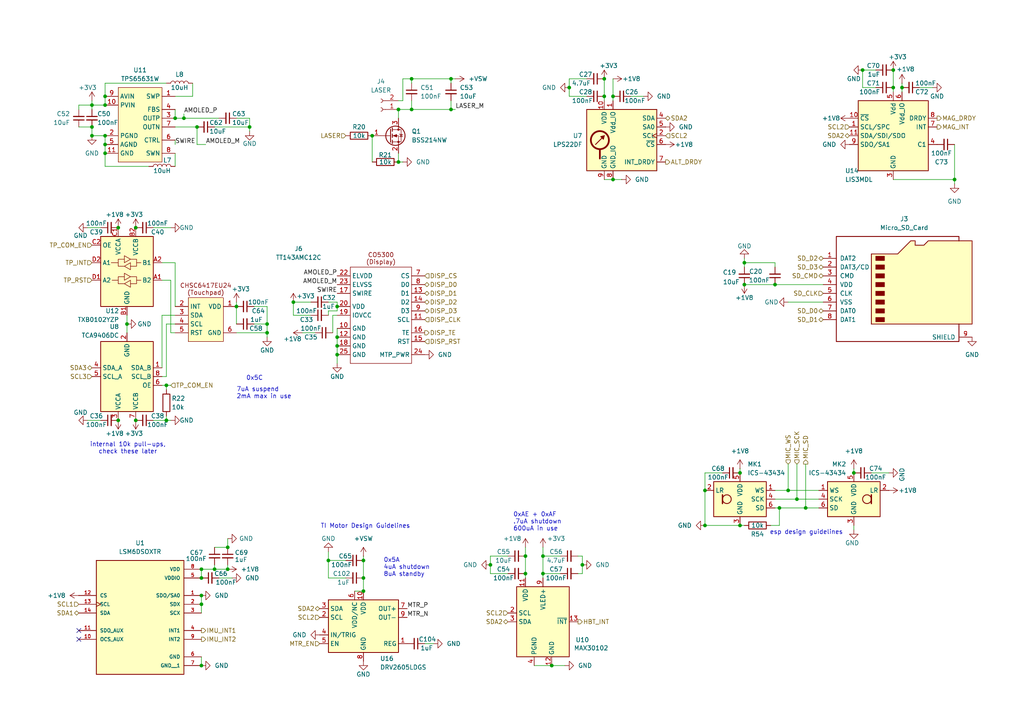
<source format=kicad_sch>
(kicad_sch (version 20250114) (generator "eeschema") (generator_version "9.0")
  (paper "A4")
  (text "0xAE + 0xAF\n.7uA shutdown\n600uA in use" (at 148.844 154.178 0) (effects (font (size 1.27 1.27)) (justify left bottom)))
  (text "internal 10k pull-ups,\ncheck these later" (at 37.084 130.048 0) (effects (font (size 1.27 1.27))))
  (text "esp design guidelines" (at 223.266 155.194 0) (effects (font (size 1.27 1.27)) (justify left bottom)))
  (text "TI Motor Design Guidelines" (at 92.964 153.416 0) (effects (font (size 1.27 1.27)) (justify left bottom)))
  (text "0x5C" (at 71.374 110.49 0) (effects (font (size 1.27 1.27)) (justify left bottom)))
  (text "7uA suspend\n2mA max in use" (at 68.58 115.824 0) (effects (font (size 1.27 1.27)) (justify left bottom)))
  (text "0x5A\n4uA shutdown\n8uA standby\n" (at 111.252 167.386 0) (effects (font (size 1.27 1.27)) (justify left bottom)))
  (junction (at 66.04 165.1))
  (junction (at 115.57 46.99))
  (junction (at 152.4 161.29))
  (junction (at 30.48 41.91))
  (junction (at 26.67 39.37))
  (junction (at 259.08 20.32))
  (junction (at 48.26 121.92))
  (junction (at 233.68 147.32))
  (junction (at 247.65 137.16))
  (junction (at 105.41 167.64))
  (junction (at 26.67 36.83))
  (junction (at 97.79 97.79))
  (junction (at 105.41 171.45))
  (junction (at 224.79 82.55))
  (junction (at 214.63 152.4))
  (junction (at 39.37 121.92))
  (junction (at 36.83 93.98))
  (junction (at 53.34 34.29))
  (junction (at 142.24 163.83))
  (junction (at 57.15 36.83))
  (junction (at 119.38 31.75))
  (junction (at 175.26 27.94))
  (junction (at 152.4 166.37))
  (junction (at 250.19 20.32))
  (junction (at 39.37 66.04))
  (junction (at 26.67 30.48))
  (junction (at 30.48 30.48))
  (junction (at 48.26 111.76))
  (junction (at 157.48 166.37))
  (junction (at 107.95 39.37))
  (junction (at 157.48 161.29))
  (junction (at 115.57 31.75))
  (junction (at 97.79 102.87))
  (junction (at 68.58 88.9))
  (junction (at 215.9 76.2))
  (junction (at 77.47 96.52))
  (junction (at 58.42 165.1))
  (junction (at 226.06 147.32))
  (junction (at 97.79 100.33))
  (junction (at 30.48 27.94))
  (junction (at 214.63 137.16))
  (junction (at 34.29 66.04))
  (junction (at 204.47 142.24))
  (junction (at 177.8 52.07))
  (junction (at 72.39 36.83))
  (junction (at 276.86 52.07))
  (junction (at 58.42 175.26))
  (junction (at 97.79 88.9))
  (junction (at 62.23 165.1))
  (junction (at 66.04 158.75))
  (junction (at 215.9 82.55))
  (junction (at 177.8 27.94))
  (junction (at 130.81 31.75))
  (junction (at 85.09 87.63))
  (junction (at 119.38 22.86))
  (junction (at 130.81 22.86))
  (junction (at 259.08 25.4))
  (junction (at 204.47 152.4))
  (junction (at 105.41 162.56))
  (junction (at 34.29 121.92))
  (junction (at 261.62 25.4))
  (junction (at 58.42 167.64))
  (junction (at 95.25 162.56))
  (junction (at 58.42 193.04))
  (junction (at 160.02 193.04))
  (junction (at 228.6 142.24))
  (junction (at 231.14 144.78))
  (junction (at 168.91 163.83))
  (junction (at 58.42 172.72))
  (junction (at 175.26 22.86))
  (junction (at 30.48 44.45))
  (junction (at 30.48 39.37))
  (junction (at 165.1 25.4))
  (junction (at 50.8 34.29))
  (junction (at 77.47 93.98))
  (no_connect (at 22.86 182.88))
  (no_connect (at 22.86 185.42))
  (wire (pts (xy 53.34 33.02) (xy 53.34 34.29)))
  (wire (pts (xy 26.67 30.48) (xy 26.67 31.75)))
  (wire (pts (xy 119.38 31.75) (xy 130.81 31.75)))
  (wire (pts (xy 276.86 52.07) (xy 276.86 41.91)))
  (wire (pts (xy 226.06 147.32) (xy 233.68 147.32)))
  (wire (pts (xy 44.45 66.04) (xy 49.53 66.04)))
  (wire (pts (xy 157.48 166.37) (xy 157.48 167.64)))
  (wire (pts (xy 46.99 111.76) (xy 48.26 111.76)))
  (wire (pts (xy 25.4 121.92) (xy 29.21 121.92)))
  (wire (pts (xy 30.48 24.13) (xy 30.48 27.94)))
  (wire (pts (xy 68.58 87.63) (xy 68.58 88.9)))
  (wire (pts (xy 259.08 20.32) (xy 259.08 25.4)))
  (wire (pts (xy 215.9 77.47) (xy 215.9 76.2)))
  (wire (pts (xy 30.48 24.13) (xy 48.26 24.13)))
  (wire (pts (xy 247.65 135.89) (xy 247.65 137.16)))
  (wire (pts (xy 157.48 158.75) (xy 157.48 161.29)))
  (wire (pts (xy 105.41 161.29) (xy 105.41 162.56)))
  (wire (pts (xy 162.56 166.37) (xy 157.48 166.37)))
  (wire (pts (xy 63.5 167.64) (xy 67.31 167.64)))
  (wire (pts (xy 97.79 95.25) (xy 97.79 97.79)))
  (wire (pts (xy 72.39 36.83) (xy 72.39 38.1)))
  (wire (pts (xy 87.63 96.52) (xy 91.44 96.52)))
  (wire (pts (xy 266.7 25.4) (xy 270.51 25.4)))
  (wire (pts (xy 215.9 76.2) (xy 224.79 76.2)))
  (wire (pts (xy 62.23 165.1) (xy 62.23 163.83)))
  (wire (pts (xy 95.25 91.44) (xy 95.25 90.17)))
  (wire (pts (xy 214.63 152.4) (xy 215.9 152.4)))
  (wire (pts (xy 116.84 29.21) (xy 115.57 29.21)))
  (wire (pts (xy 48.26 121.92) (xy 44.45 121.92)))
  (wire (pts (xy 228.6 142.24) (xy 237.49 142.24)))
  (wire (pts (xy 107.95 39.37) (xy 107.95 46.99)))
  (wire (pts (xy 170.18 27.94) (xy 165.1 27.94)))
  (wire (pts (xy 157.48 161.29) (xy 157.48 166.37)))
  (wire (pts (xy 46.99 76.2) (xy 50.8 76.2)))
  (wire (pts (xy 175.26 52.07) (xy 177.8 52.07)))
  (wire (pts (xy 180.34 52.07) (xy 177.8 52.07)))
  (wire (pts (xy 167.64 166.37) (xy 168.91 166.37)))
  (wire (pts (xy 90.17 91.44) (xy 85.09 91.44)))
  (wire (pts (xy 250.19 25.4) (xy 254 25.4)))
  (wire (pts (xy 73.66 88.9) (xy 77.47 88.9)))
  (wire (pts (xy 214.63 135.89) (xy 214.63 137.16)))
  (wire (pts (xy 115.57 44.45) (xy 115.57 46.99)))
  (wire (pts (xy 48.26 93.98) (xy 50.8 93.98)))
  (wire (pts (xy 77.47 96.52) (xy 77.47 97.79)))
  (wire (pts (xy 30.48 39.37) (xy 26.67 39.37)))
  (wire (pts (xy 96.52 91.44) (xy 96.52 96.52)))
  (wire (pts (xy 50.8 41.91) (xy 50.8 40.64)))
  (wire (pts (xy 85.09 91.44) (xy 85.09 87.63)))
  (wire (pts (xy 162.56 161.29) (xy 157.48 161.29)))
  (wire (pts (xy 95.25 162.56) (xy 95.25 160.02)))
  (wire (pts (xy 152.4 166.37) (xy 152.4 167.64)))
  (wire (pts (xy 160.02 193.04) (xy 154.94 193.04)))
  (wire (pts (xy 96.52 91.44) (xy 97.79 91.44)))
  (wire (pts (xy 49.53 121.92) (xy 48.26 121.92)))
  (wire (pts (xy 30.48 41.91) (xy 30.48 44.45)))
  (wire (pts (xy 77.47 93.98) (xy 77.47 96.52)))
  (wire (pts (xy 231.14 144.78) (xy 237.49 144.78)))
  (wire (pts (xy 100.33 162.56) (xy 95.25 162.56)))
  (wire (pts (xy 97.79 102.87) (xy 97.79 105.41)))
  (wire (pts (xy 46.99 91.44) (xy 46.99 106.68)))
  (wire (pts (xy 77.47 88.9) (xy 77.47 93.98)))
  (wire (pts (xy 252.73 137.16) (xy 257.81 137.16)))
  (wire (pts (xy 105.41 162.56) (xy 105.41 167.64)))
  (wire (pts (xy 62.23 36.83) (xy 72.39 36.83)))
  (wire (pts (xy 233.68 147.32) (xy 237.49 147.32)))
  (wire (pts (xy 116.84 46.99) (xy 115.57 46.99)))
  (wire (pts (xy 152.4 158.75) (xy 152.4 161.29)))
  (wire (pts (xy 50.8 27.94) (xy 55.88 27.94)))
  (wire (pts (xy 259.08 52.07) (xy 276.86 52.07)))
  (wire (pts (xy 165.1 22.86) (xy 165.1 25.4)))
  (wire (pts (xy 58.42 190.5) (xy 58.42 193.04)))
  (wire (pts (xy 36.83 91.44) (xy 36.83 93.98)))
  (wire (pts (xy 224.79 144.78) (xy 231.14 144.78)))
  (wire (pts (xy 58.42 175.26) (xy 58.42 177.8)))
  (wire (pts (xy 97.79 87.63) (xy 97.79 88.9)))
  (wire (pts (xy 215.9 82.55) (xy 224.79 82.55)))
  (wire (pts (xy 228.6 134.62) (xy 228.6 142.24)))
  (wire (pts (xy 72.39 34.29) (xy 72.39 36.83)))
  (wire (pts (xy 224.79 147.32) (xy 226.06 147.32)))
  (wire (pts (xy 130.81 31.75) (xy 132.08 31.75)))
  (wire (pts (xy 97.79 97.79) (xy 97.79 100.33)))
  (wire (pts (xy 50.8 44.45) (xy 50.8 48.26)))
  (wire (pts (xy 50.8 36.83) (xy 57.15 36.83)))
  (wire (pts (xy 68.58 88.9) (xy 68.58 93.98)))
  (wire (pts (xy 50.8 34.29) (xy 53.34 34.29)))
  (wire (pts (xy 214.63 152.4) (xy 204.47 152.4)))
  (wire (pts (xy 26.67 29.21) (xy 26.67 30.48)))
  (wire (pts (xy 97.79 100.33) (xy 97.79 102.87)))
  (wire (pts (xy 175.26 27.94) (xy 175.26 29.21)))
  (wire (pts (xy 22.86 36.83) (xy 26.67 36.83)))
  (wire (pts (xy 231.14 134.62) (xy 231.14 144.78)))
  (wire (pts (xy 224.79 82.55) (xy 238.76 82.55)))
  (wire (pts (xy 261.62 24.13) (xy 261.62 25.4)))
  (wire (pts (xy 247.65 153.67) (xy 247.65 152.4)))
  (wire (pts (xy 233.68 134.62) (xy 233.68 147.32)))
  (wire (pts (xy 66.04 158.75) (xy 62.23 158.75)))
  (wire (pts (xy 254 20.32) (xy 250.19 20.32)))
  (wire (pts (xy 130.81 22.86) (xy 132.08 22.86)))
  (wire (pts (xy 119.38 22.86) (xy 119.38 24.13)))
  (wire (pts (xy 46.99 91.44) (xy 50.8 91.44)))
  (wire (pts (xy 224.79 142.24) (xy 228.6 142.24)))
  (wire (pts (xy 59.69 41.91) (xy 57.15 41.91)))
  (wire (pts (xy 100.33 167.64) (xy 95.25 167.64)))
  (wire (pts (xy 30.48 48.26) (xy 30.48 44.45)))
  (wire (pts (xy 48.26 111.76) (xy 48.26 113.03)))
  (wire (pts (xy 30.48 39.37) (xy 30.48 41.91)))
  (wire (pts (xy 177.8 22.86) (xy 177.8 27.94)))
  (wire (pts (xy 97.79 90.17) (xy 97.79 88.9)))
  (wire (pts (xy 22.86 30.48) (xy 26.67 30.48)))
  (wire (pts (xy 276.86 53.34) (xy 276.86 52.07)))
  (wire (pts (xy 168.91 163.83) (xy 168.91 161.29)))
  (wire (pts (xy 58.42 165.1) (xy 58.42 167.64)))
  (wire (pts (xy 175.26 27.94) (xy 175.26 22.86)))
  (wire (pts (xy 259.08 25.4) (xy 259.08 26.67)))
  (wire (pts (xy 66.04 163.83) (xy 66.04 165.1)))
  (wire (pts (xy 49.53 81.28) (xy 49.53 96.52)))
  (wire (pts (xy 215.9 74.93) (xy 215.9 76.2)))
  (wire (pts (xy 165.1 25.4) (xy 165.1 27.94)))
  (wire (pts (xy 261.62 25.4) (xy 261.62 26.67)))
  (wire (pts (xy 57.15 41.91) (xy 57.15 36.83)))
  (wire (pts (xy 85.09 87.63) (xy 90.17 87.63)))
  (wire (pts (xy 22.86 30.48) (xy 22.86 31.75)))
  (wire (pts (xy 50.8 76.2) (xy 50.8 88.9)))
  (wire (pts (xy 95.25 90.17) (xy 97.79 90.17)))
  (wire (pts (xy 49.53 96.52) (xy 50.8 96.52)))
  (wire (pts (xy 66.04 165.1) (xy 62.23 165.1)))
  (wire (pts (xy 43.18 48.26) (xy 30.48 48.26)))
  (wire (pts (xy 204.47 137.16) (xy 204.47 142.24)))
  (wire (pts (xy 49.53 81.28) (xy 46.99 81.28)))
  (wire (pts (xy 182.88 27.94) (xy 186.69 27.94)))
  (wire (pts (xy 142.24 161.29) (xy 142.24 163.83)))
  (wire (pts (xy 130.81 22.86) (xy 130.81 24.13)))
  (wire (pts (xy 102.87 171.45) (xy 105.41 171.45)))
  (wire (pts (xy 30.48 27.94) (xy 30.48 30.48)))
  (wire (pts (xy 48.26 111.76) (xy 49.53 111.76)))
  (wire (pts (xy 168.91 166.37) (xy 168.91 163.83)))
  (wire (pts (xy 66.04 156.21) (xy 66.04 158.75)))
  (wire (pts (xy 130.81 29.21) (xy 130.81 31.75)))
  (wire (pts (xy 46.99 109.22) (xy 48.26 109.22)))
  (wire (pts (xy 152.4 161.29) (xy 152.4 166.37)))
  (wire (pts (xy 73.66 93.98) (xy 77.47 93.98)))
  (wire (pts (xy 26.67 39.37) (xy 26.67 36.83)))
  (wire (pts (xy 95.25 87.63) (xy 97.79 87.63)))
  (wire (pts (xy 142.24 163.83) (xy 142.24 166.37)))
  (wire (pts (xy 177.8 27.94) (xy 177.8 29.21)))
  (wire (pts (xy 123.19 186.69) (xy 125.73 186.69)))
  (wire (pts (xy 204.47 142.24) (xy 204.47 152.4)))
  (wire (pts (xy 55.88 27.94) (xy 55.88 24.13)))
  (wire (pts (xy 119.38 31.75) (xy 115.57 31.75)))
  (wire (pts (xy 228.6 87.63) (xy 238.76 87.63)))
  (wire (pts (xy 50.8 31.75) (xy 50.8 34.29)))
  (wire (pts (xy 147.32 161.29) (xy 142.24 161.29)))
  (wire (pts (xy 105.41 167.64) (xy 105.41 171.45)))
  (wire (pts (xy 115.57 31.75) (xy 115.57 34.29)))
  (wire (pts (xy 163.83 193.04) (xy 160.02 193.04)))
  (wire (pts (xy 209.55 137.16) (xy 204.47 137.16)))
  (wire (pts (xy 142.24 166.37) (xy 147.32 166.37)))
  (wire (pts (xy 48.26 120.65) (xy 48.26 121.92)))
  (wire (pts (xy 170.18 22.86) (xy 165.1 22.86)))
  (wire (pts (xy 58.42 172.72) (xy 58.42 175.26)))
  (wire (pts (xy 119.38 22.86) (xy 130.81 22.86)))
  (wire (pts (xy 226.06 152.4) (xy 223.52 152.4)))
  (wire (pts (xy 168.91 161.29) (xy 167.64 161.29)))
  (wire (pts (xy 68.58 96.52) (xy 77.47 96.52)))
  (wire (pts (xy 116.84 22.86) (xy 119.38 22.86)))
  (wire (pts (xy 36.83 93.98) (xy 36.83 96.52)))
  (wire (pts (xy 58.42 165.1) (xy 62.23 165.1)))
  (wire (pts (xy 68.58 34.29) (xy 72.39 34.29)))
  (wire (pts (xy 25.4 66.04) (xy 29.21 66.04)))
  (wire (pts (xy 95.25 167.64) (xy 95.25 162.56)))
  (wire (pts (xy 26.67 30.48) (xy 30.48 30.48)))
  (wire (pts (xy 53.34 34.29) (xy 63.5 34.29)))
  (wire (pts (xy 226.06 147.32) (xy 226.06 152.4)))
  (wire (pts (xy 250.19 20.32) (xy 250.19 25.4)))
  (wire (pts (xy 116.84 22.86) (xy 116.84 29.21)))
  (wire (pts (xy 224.79 77.47) (xy 224.79 76.2)))
  (wire (pts (xy 48.26 93.98) (xy 48.26 109.22)))
  (wire (pts (xy 119.38 29.21) (xy 119.38 31.75)))
  (label "SWIRE" (at 97.79 85.09 180))
  (label "MTR_P" (at 118.11 176.53 0))
  (label "LASER_M" (at 132.08 31.75 0))
  (label "AMOLED_P" (at 53.34 33.02 0))
  (label "SWIRE" (at 50.8 41.91 0))
  (label "AMOLED_M" (at 59.69 41.91 0))
  (label "MTR_N" (at 118.11 179.07 0))
  (label "AMOLED_P" (at 97.79 80.01 180))
  (label "AMOLED_M" (at 97.79 82.55 180))
  (hierarchical_label "IMU_INT2" (shape output) (at 58.42 185.42 0))
  (hierarchical_label "DISP_CLK" (shape input) (at 123.19 92.71 0))
  (hierarchical_label "LASER" (shape input) (at 100.33 39.37 180))
  (hierarchical_label "DISP_D0" (shape bidirectional) (at 123.19 82.55 0))
  (hierarchical_label "DISP_CS" (shape input) (at 123.19 80.01 0))
  (hierarchical_label "DISP_RST" (shape input) (at 123.19 99.06 0))
  (hierarchical_label "SD_CLK" (shape input) (at 238.76 85.09 180))
  (hierarchical_label "SD_D2" (shape bidirectional) (at 238.76 74.93 180))
  (hierarchical_label "DISP_D1" (shape bidirectional) (at 123.19 85.09 0))
  (hierarchical_label "SD_D3" (shape bidirectional) (at 238.76 77.47 180))
  (hierarchical_label "TP_COM_EN" (shape input) (at 49.53 111.76 0))
  (hierarchical_label "DISP_TE" (shape output) (at 123.19 96.52 0))
  (hierarchical_label "SDA2" (shape bidirectional) (at 246.38 39.37 180))
  (hierarchical_label "TP_COM_EN" (shape input) (at 26.67 71.12 180))
  (hierarchical_label "TP_RST" (shape input) (at 26.67 81.28 180))
  (hierarchical_label "SCL2" (shape input) (at 92.71 179.07 180))
  (hierarchical_label "SDA2" (shape bidirectional) (at 193.04 34.29 0))
  (hierarchical_label "MIC_SCK" (shape input) (at 231.14 134.62 90))
  (hierarchical_label "MTR_EN" (shape input) (at 92.71 186.69 180))
  (hierarchical_label "SD_D0" (shape bidirectional) (at 238.76 90.17 180))
  (hierarchical_label "SCL2" (shape input) (at 147.32 177.8 180))
  (hierarchical_label "SD_D1" (shape bidirectional) (at 238.76 92.71 180))
  (hierarchical_label "SD_CMD" (shape bidirectional) (at 238.76 80.01 180))
  (hierarchical_label "SDA2" (shape bidirectional) (at 147.32 180.34 180))
  (hierarchical_label "MIC_WS" (shape input) (at 228.6 134.62 90))
  (hierarchical_label "TP_INT" (shape input) (at 26.67 76.2 180))
  (hierarchical_label "MAG_DRDY" (shape output) (at 271.78 34.29 0))
  (hierarchical_label "SCL2" (shape input) (at 246.38 36.83 180))
  (hierarchical_label "IMU_INT1" (shape output) (at 58.42 182.88 0))
  (hierarchical_label "MAG_INT" (shape output) (at 271.78 36.83 0))
  (hierarchical_label "SCL1" (shape input) (at 22.86 175.26 180))
  (hierarchical_label "HBT_INT" (shape output) (at 167.64 180.34 0))
  (hierarchical_label "DISP_D2" (shape bidirectional) (at 123.19 87.63 0))
  (hierarchical_label "SCL3" (shape input) (at 26.67 109.22 180))
  (hierarchical_label "DISP_D3" (shape bidirectional) (at 123.19 90.17 0))
  (hierarchical_label "SDA3" (shape bidirectional) (at 26.67 106.68 180))
  (hierarchical_label "SDA1" (shape bidirectional) (at 22.86 177.8 180))
  (hierarchical_label "ALT_DRDY" (shape output) (at 193.04 46.99 0))
  (hierarchical_label "SDA2" (shape bidirectional) (at 92.71 176.53 180))
  (hierarchical_label "MIC_SD" (shape output) (at 233.68 134.62 90))
  (hierarchical_label "SCL2" (shape input) (at 193.04 39.37 0))
  (symbol (lib_id "Device:R") (at 219.71 152.4 90) (unit 1)
    (property "Reference" "R54" (at 219.71 154.94 90))
    (property "Value" "10k" (at 219.71 152.4 90))
    (property "Footprint" "Resistor_SMD:R_0402_1005Metric" (effects (hide yes)))
  )
  (symbol (lib_name "GND_2") (lib_id "power:GND") (at 193.04 36.83 90) (unit 1)
    (property "Reference" "#PWR043" (effects (hide yes)))
    (property "Value" "GND" (at 196.85 36.8299 90) (effects (justify right)))
    (property "Description" "Power symbol creates a global label with name \"GND\" , ground" (effects (hide yes)))
  )
  (symbol (lib_id "Device:C_Small") (at 215.9 80.01 180) (unit 1)
    (property "Reference" "C19" (at 211.582 78.994 0))
    (property "Value" "10uF" (at 212.09 81.788 0))
    (property "Description" "Unpolarized capacitor, small symbol" (effects (hide yes)))
  )
  (symbol (lib_id "Device:C_Small") (at 274.32 41.91 270) (unit 1)
    (property "Reference" "C73" (at 273.05 46.99 90))
    (property "Value" "100nF" (at 273.05 44.45 90))
    (property "Footprint" "Capacitor_SMD:C_0402_1005Metric" (effects (hide yes)))
  )
  (symbol (lib_id "Device:C_Small") (at 62.23 161.29 0) (mirror y) (unit 1)
    (property "Reference" "C67" (at 58.928 160.274 0) (effects (justify left)))
    (property "Value" "100nF" (at 59.944 162.052 0) (effects (justify left)))
    (property "Footprint" "Capacitor_SMD:C_0402_1005Metric" (effects (hide yes)))
  )
  (symbol (lib_id "power:+3V3") (at 39.37 66.04 0) (mirror y) (unit 1)
    (property "Reference" "#PWR083" (effects (hide yes)))
    (property "Value" "+3V3" (at 38.862 62.23 0))
  )
  (symbol (lib_id "power:GND") (at 72.39 38.1 0) (unit 1)
    (property "Reference" "#PWR081" (effects (hide yes)))
    (property "Value" "GND" (at 70.358 41.656 0) (effects (justify left)))
  )
  (symbol (lib_id "power:GND") (at 58.42 193.04 90) (unit 1)
    (property "Reference" "#PWR0162" (effects (hide yes)))
    (property "Value" "GND" (at 62.23 193.0399 90) (effects (justify right)))
  )
  (symbol (lib_id "power:GND") (at 58.42 172.72 90) (unit 1)
    (property "Reference" "#PWR0160" (effects (hide yes)))
    (property "Value" "GND" (at 62.23 172.7199 90) (effects (justify right)))
  )
  (symbol (lib_id "power:GND") (at 67.31 167.64 90) (unit 1)
    (property "Reference" "#PWR0159" (effects (hide yes)))
    (property "Value" "GND" (at 71.12 167.6399 90) (effects (justify right)))
  )
  (symbol (lib_id "Driver_Haptic:DRV2605LDGS") (at 105.41 181.61 0) (unit 1)
    (property "Reference" "U16" (at 110.236 191.008 0) (effects (justify left)))
    (property "Value" "DRV2605LDGS" (at 110.236 193.548 0) (effects (justify left)))
    (property "Footprint" "Package_SO:VSSOP-10_3x3mm_P0.5mm" (effects (hide yes)))
    (property "Datasheet" "http://www.ti.com/lit/ds/symlink/drv2605l.pdf" (effects (hide yes)))
    (property "Description" "Haptic driver for LRAs and ERMs with effect library, 2-5.2V, VSSOP-10" (effects (hide yes)))
  )
  (symbol (lib_id "Device:C_Small") (at 41.91 66.04 270) (unit 1)
    (property "Reference" "C40" (at 45.72 67.31 90))
    (property "Value" "100nF" (at 45.72 64.77 90))
    (property "Description" "Unpolarized capacitor, small symbol" (effects (hide yes)))
  )
  (symbol (lib_id "Device:C_Small") (at 22.86 34.29 180) (unit 1)
    (property "Reference" "C52" (at 20.32 33.02 0) (effects (justify left)))
    (property "Value" "10uF" (at 20.32 35.56 0) (effects (justify left)))
    (property "Footprint" "Capacitor_SMD:C_0402_1005Metric" (effects (hide yes)))
  )
  (symbol (lib_id "Device:C_Small") (at 93.98 96.52 90) (mirror x) (unit 1)
    (property "Reference" "C35" (at 90.17 97.79 90))
    (property "Value" "100nF" (at 90.17 95.25 90))
    (property "Footprint" "Capacitor_SMD:C_0402_1005Metric" (effects (hide yes)))
  )
  (symbol (lib_id "power:GND") (at 105.41 191.77 0) (unit 1)
    (property "Reference" "#PWR055" (effects (hide yes)))
    (property "Value" "GND" (at 107.442 195.58 0) (effects (justify right)))
  )
  (symbol (lib_id "power:+1V8") (at 177.8 22.86 270) (unit 1)
    (property "Reference" "#PWR016" (effects (hide yes)))
    (property "Value" "+1V8" (at 183.134 22.86 90))
  )
  (symbol (lib_id "power:+3V3") (at 26.67 29.21 0) (unit 1)
    (property "Reference" "#PWR072" (effects (hide yes)))
    (property "Value" "+3V3" (at 25.4 25.4 0))
  )
  (symbol (lib_id "power:GND") (at 281.94 97.79 0) (unit 1)
    (property "Reference" "#PWR0138" (effects (hide yes)))
    (property "Value" "GND" (at 281.94 102.87 0))
    (property "Description" "Power symbol creates a global label with name \"GND\" , ground" (effects (hide yes)))
  )
  (symbol (lib_name "+1V8_2") (lib_id "power:+1V8") (at 34.29 66.04 0) (mirror y) (unit 1)
    (property "Reference" "#PWR080" (effects (hide yes)))
    (property "Value" "+1V8" (at 33.274 62.23 0))
    (property "Description" "Power symbol creates a global label with name \"+1V8\"" (effects (hide yes)))
  )
  (symbol (lib_id "power:+VSW") (at 132.08 22.86 270) (unit 1)
    (property "Reference" "#PWR025" (effects (hide yes)))
    (property "Value" "+VSW" (at 135.89 22.8599 90) (effects (justify left)))
    (property "Description" "Power symbol creates a global label with name \"+VSW\"" (effects (hide yes)))
  )
  (symbol (lib_name "GND_2") (lib_id "power:GND") (at 186.69 27.94 90) (unit 1)
    (property "Reference" "#PWR045" (effects (hide yes)))
    (property "Value" "GND" (at 190.5 27.9399 90) (effects (justify right)))
    (property "Description" "Power symbol creates a global label with name \"GND\" , ground" (effects (hide yes)))
  )
  (symbol (lib_id "Sensor_Magnetic:LIS3MDL") (at 259.08 39.37 0) (unit 1)
    (property "Reference" "U14" (at 245.11 49.53 0) (effects (justify left)))
    (property "Value" "LIS3MDL" (at 245.11 52.07 0) (effects (justify left)))
    (property "Footprint" "Package_LGA:LGA-12_2x2mm_P0.5mm" (effects (hide yes)))
    (property "Datasheet" "https://www.st.com/resource/en/datasheet/lis3mdl.pdf" (effects (hide yes)))
  )
  (symbol (lib_id "Device:C_Small") (at 102.87 167.64 270) (mirror x) (unit 1)
    (property "Reference" "C102" (at 96.52 166.37 90) (effects (justify left)))
    (property "Value" "1uF" (at 97.79 168.91 90) (effects (justify left)))
    (property "Footprint" "Capacitor_SMD:C_0402_1005Metric" (effects (hide yes)))
  )
  (symbol (lib_id "Transistor_FET:BSS214NW") (at 113.03 39.37 0) (unit 1)
    (property "Reference" "Q1" (at 119.38 38.0999 0) (effects (justify left)))
    (property "Value" "BSS214NW" (at 119.38 40.6399 0) (effects (justify left)))
    (property "Footprint" "Package_TO_SOT_SMD:SOT-323_SC-70" (effects (hide yes)))
    (property "Datasheet" "https://www.infineon.com/dgdl/Infineon-BSS214NW-DS-v02_02-en.pdf?fileId=db3a30431b3e89eb011b695aebc01bde" (effects (hide yes)))
    (property "Description" "20V Vds, 1.5A Id, N-Channel MOSFET, SOT-323" (effects (hide yes)))
  )
  (symbol (lib_id "Sensor_Audio:ICS-43434") (at 214.63 144.78 0) (unit 1)
    (property "Reference" "MK1" (at 216.8241 134.62 0) (effects (justify left)))
    (property "Value" "ICS-43434" (at 216.8241 137.16 0) (effects (justify left)))
    (property "Footprint" "Sensor_Audio:InvenSense_ICS-43434-6_3.5x2.65mm" (effects (hide yes)))
    (property "Datasheet" "https://www.invensense.com/wp-content/uploads/2016/02/DS-000069-ICS-43434-v1.2.pdf" (effects (hide yes)))
  )
  (symbol (lib_id "Device:L") (at 46.99 48.26 90) (unit 1)
    (property "Reference" "L7" (at 48.514 46.482 90))
    (property "Value" "10uH" (at 46.99 49.53 90))
    (property "Footprint" "Inductor_SMD:L_1008_2520Metric" (effects (hide yes)))
  )
  (symbol (lib_name "+1V8_1") (lib_id "power:+1V8") (at 261.62 24.13 0) (unit 1)
    (property "Reference" "#PWR052" (effects (hide yes)))
    (property "Value" "+1V8" (at 262.636 20.066 0))
    (property "Description" "Power symbol creates a global label with name \"+1V8\"" (effects (hide yes)))
  )
  (symbol (lib_id "custom-lib:TT143AMC12C") (at 82.55 92.71 0) (unit 1)
    (property "Reference" "J6" (at 86.614 72.136 0))
    (property "Value" "TT143AMC12C" (at 86.614 74.676 0))
    (property "Footprint" "custom-lib:OK-14GF024-04" (effects (hide yes)))
    (property "Datasheet" "https://szzxv.com/static/upload/file/20220916/1663306962489471.pdf" (effects (hide yes)))
  )
  (symbol (lib_name "GND_2") (lib_id "power:GND") (at 180.34 52.07 90) (unit 1)
    (property "Reference" "#PWR044" (effects (hide yes)))
    (property "Value" "GND" (at 184.15 52.0699 90) (effects (justify right)))
    (property "Description" "Power symbol creates a global label with name \"GND\" , ground" (effects (hide yes)))
  )
  (symbol (lib_id "Interface:TCA9406DC") (at 36.83 109.22 0) (mirror x) (unit 1)
    (property "Reference" "U8" (at 34.544 94.742 0) (effects (justify right)))
    (property "Value" "TCA9406DC" (at 34.544 97.282 0) (effects (justify right)))
    (property "Datasheet" "www.ti.com/lit/ds/symlink/tca9406.pdf" (effects (hide yes)))
    (property "Description" "2-Bit Bidirectional 1-MHz, I2C Bus and SMBus Voltage-Level Translator With 8-kV HBM ESD" (effects (hide yes)))
  )
  (symbol (lib_id "power:GND") (at 66.04 156.21 90) (unit 1)
    (property "Reference" "#PWR0161" (effects (hide yes)))
    (property "Value" "GND" (at 69.342 156.21 90) (effects (justify right)))
  )
  (symbol (lib_id "Device:C_Small") (at 102.87 162.56 90) (mirror x) (unit 1)
    (property "Reference" "C65" (at 102.108 161.29 90) (effects (justify left)))
    (property "Value" "100nF" (at 102.108 163.83 90) (effects (justify left)))
    (property "Footprint" "Capacitor_SMD:C_0402_1005Metric" (effects (hide yes)))
  )
  (symbol (lib_id "Sensor_Audio:ICS-43434") (at 247.65 144.78 0) (mirror y) (unit 1)
    (property "Reference" "MK2" (at 245.4559 134.62 0) (effects (justify left)))
    (property "Value" "ICS-43434" (at 245.4559 137.16 0) (effects (justify left)))
    (property "Footprint" "Sensor_Audio:InvenSense_ICS-43434-6_3.5x2.65mm" (effects (hide yes)))
    (property "Datasheet" "https://www.invensense.com/wp-content/uploads/2016/02/DS-000069-ICS-43434-v1.2.pdf" (effects (hide yes)))
  )
  (symbol (lib_id "power:GND") (at 142.24 163.83 270) (unit 1)
    (property "Reference" "#PWR069" (effects (hide yes)))
    (property "Value" "GND" (at 138.43 163.83 90) (effects (justify right)))
  )
  (symbol (lib_id "Device:C_Small") (at 31.75 66.04 90) (mirror x) (unit 1)
    (property "Reference" "C39" (at 27.94 67.31 90))
    (property "Value" "100nF" (at 27.94 64.77 90))
    (property "Description" "Unpolarized capacitor, small symbol" (effects (hide yes)))
  )
  (symbol (lib_id "power:+3V3") (at 157.48 158.75 0) (unit 1)
    (property "Reference" "#PWR076" (effects (hide yes)))
    (property "Value" "+3V3" (at 161.29 156.21 0))
  )
  (symbol (lib_id "Device:R") (at 111.76 46.99 270) (unit 1)
    (property "Reference" "R21" (at 111.76 44.958 90))
    (property "Value" "10k" (at 111.76 46.99 90))
    (property "Description" "Resistor" (effects (hide yes)))
  )
  (symbol (lib_name "+1V8_3") (lib_id "power:+1V8") (at 22.86 172.72 90) (mirror x) (unit 1)
    (property "Reference" "#PWR010" (effects (hide yes)))
    (property "Value" "+1V8" (at 19.05 172.7199 90) (effects (justify left)))
    (property "Description" "Power symbol creates a global label with name \"+1V8\"" (effects (hide yes)))
  )
  (symbol (lib_id "power:GND") (at 168.91 163.83 90) (unit 1)
    (property "Reference" "#PWR079" (effects (hide yes)))
    (property "Value" "GND" (at 172.72 163.83 90) (effects (justify right)))
  )
  (symbol (lib_id "Device:C_Small") (at 66.04 161.29 0) (unit 1)
    (property "Reference" "C69" (at 68.072 160.274 0) (effects (justify left)))
    (property "Value" "1uF" (at 68.072 162.306 0) (effects (justify left)))
    (property "Footprint" "Capacitor_SMD:C_0402_1005Metric" (effects (hide yes)))
  )
  (symbol (lib_id "power:GND") (at 250.19 20.32 270) (unit 1)
    (property "Reference" "#PWR092" (effects (hide yes)))
    (property "Value" "GND" (at 247.65 22.86 90))
  )
  (symbol (lib_name "+1V8_2") (lib_id "power:+1V8") (at 257.81 142.24 270) (unit 1)
    (property "Reference" "#PWR058" (effects (hide yes)))
    (property "Value" "+1V8" (at 260.604 142.24 90) (effects (justify left)))
    (property "Description" "Power symbol creates a global label with name \"+1V8\"" (effects (hide yes)))
  )
  (symbol (lib_id "power:+1V8") (at 193.04 41.91 270) (unit 1)
    (property "Reference" "#PWR041" (effects (hide yes)))
    (property "Value" "+1V8" (at 198.374 41.91 90))
  )
  (symbol (lib_name "GND_1") (lib_id "power:GND") (at 116.84 46.99 90) (unit 1)
    (property "Reference" "#PWR070" (effects (hide yes)))
    (property "Value" "GND" (at 120.65 46.9899 90) (effects (justify right)))
    (property "Description" "Power symbol creates a global label with name \"GND\" , ground" (effects (hide yes)))
  )
  (symbol (lib_id "Device:C_Small") (at 66.04 34.29 270) (mirror x) (unit 1)
    (property "Reference" "C63" (at 67.31 33.02 90) (effects (justify left)))
    (property "Value" "10uF" (at 67.31 35.56 90) (effects (justify left)))
    (property "Footprint" "Capacitor_SMD:C_0402_1005Metric" (effects (hide yes)))
  )
  (symbol (lib_id "Device:C_Small") (at 212.09 137.16 90) (unit 1)
    (property "Reference" "C68" (at 208.28 135.89 90))
    (property "Value" "100nF" (at 208.28 138.43 90))
    (property "Footprint" "Capacitor_SMD:C_0402_1005Metric" (effects (hide yes)))
  )
  (symbol (lib_name "+1V8_2") (lib_id "power:+1V8") (at 214.63 135.89 0) (unit 1)
    (property "Reference" "#PWR056" (effects (hide yes)))
    (property "Value" "+1V8" (at 214.63 130.81 0))
    (property "Description" "Power symbol creates a global label with name \"+1V8\"" (effects (hide yes)))
  )
  (symbol (lib_id "power:+3V3") (at 259.08 20.32 0) (unit 1)
    (property "Reference" "#PWR051" (effects (hide yes)))
    (property "Value" "+3V3" (at 260.35 16.51 0))
  )
  (symbol (lib_name "+1V8_3") (lib_id "power:+1V8") (at 66.04 165.1 270) (unit 1)
    (property "Reference" "#PWR07" (effects (hide yes)))
    (property "Value" "+1V8" (at 69.85 165.0999 90) (effects (justify left)))
    (property "Description" "Power symbol creates a global label with name \"+1V8\"" (effects (hide yes)))
  )
  (symbol (lib_id "custom-lib:LSM6DSOXTR") (at 40.64 177.8 0) (unit 1)
    (property "Reference" "U1" (at 40.64 157.48 0))
    (property "Value" "LSM6DSOXTR" (at 40.64 160.02 0))
    (property "Footprint" "Package_LGA:LGA-14_3x2.5mm_P0.5mm_LayoutBorder3x4y" (effects (hide yes)))
    (property "PARTREV" "3.0" (effects (hide yes)))
    (property "MANUFACTURER" "ST Microelectronics" (effects (hide yes)))
    (property "STANDARD" "IPC7351B" (effects (hide yes)))
  )
  (symbol (lib_id "power:+3V3") (at 175.26 22.86 0) (unit 1)
    (property "Reference" "#PWR050" (effects (hide yes)))
    (property "Value" "+3V3" (at 176.53 19.05 0))
  )
  (symbol (lib_id "Device:C_Small") (at 130.81 26.67 0) (unit 1)
    (property "Reference" "C53" (at 133.35 25.4062 0) (effects (justify left)))
    (property "Value" "10uF" (at 133.35 27.9462 0) (effects (justify left)))
    (property "Description" "Unpolarized capacitor, small symbol" (effects (hide yes)))
  )
  (symbol (lib_id "Connector:Conn_01x02_Socket") (at 110.49 31.75 180) (unit 1)
    (property "Reference" "J4" (at 110.49 23.622 0))
    (property "Value" "LASER" (at 110.49 26.162 0))
    (property "Description" "Generic connector, single row, 01x02, script generated" (effects (hide yes)))
  )
  (symbol (lib_id "Logic_LevelTranslator:TXB0102YZP") (at 36.83 78.74 0) (unit 1)
    (property "Reference" "U12" (at 34.544 90.17 0) (effects (justify right)))
    (property "Value" "TXB0102YZP" (at 34.544 92.71 0) (effects (justify right)))
    (property "Footprint" "Package_BGA:Texas_DSBGA-8_0.9x1.9mm_Layout2x4_P0.5mm" (effects (hide yes)))
    (property "Datasheet" "http://www.ti.com/lit/ds/symlink/txb0102.pdf" (effects (hide yes)))
    (property "Description" "2-Bit Bidirectional Voltage-Level Translator in DSBGA Package  With Auto Direction Sensing and ±15-kV ESD Protection" (effects (hide yes)))
  )
  (symbol (lib_id "Device:C_Small") (at 71.12 93.98 90) (mirror x) (unit 1)
    (property "Reference" "C58" (at 76.2 95.25 90) (effects (justify left)))
    (property "Value" "1uF" (at 76.2 92.71 90) (effects (justify left)))
    (property "Footprint" "Capacitor_SMD:C_0402_1005Metric" (effects (hide yes)))
  )
  (symbol (lib_id "power:+VSW") (at 105.41 161.29 0) (unit 1)
    (property "Reference" "#PWR059" (effects (hide yes)))
    (property "Value" "+VSW" (at 105.41 156.21 0))
    (property "Description" "Power symbol creates a global label with name \"+VSW\"" (effects (hide yes)))
  )
  (symbol (lib_id "custom-lib:TPS65631W") (at 40.64 35.56 0) (unit 1)
    (property "Reference" "U11" (at 40.64 20.32 0))
    (property "Value" "TPS65631W" (at 40.64 22.86 0))
    (property "Footprint" "Package_SON:WSON-10-1EP_2.5x2.5mm_P0.5mm_EP1.2x2mm_ThermalVias" (effects (hide yes)))
    (property "Datasheet" "https://www.ti.com/lit/ds/symlink/tps65631w.pdf?ts=1717815285268&ref_url=https%253A%252F%252Fwww.ti.com%252Fpower-management%252Flcd-oled-display-power-drivers%252Fproducts.html" (effects (hide yes)))
  )
  (symbol (lib_id "Device:R") (at 48.26 116.84 0) (unit 1)
    (property "Reference" "R22" (at 49.784 115.57 0) (effects (justify left)))
    (property "Value" "10k" (at 49.784 118.11 0) (effects (justify left)))
    (property "Description" "Resistor" (effects (hide yes)))
  )
  (symbol (lib_id "power:GND") (at 92.71 184.15 270) (unit 1)
    (property "Reference" "#PWR064" (effects (hide yes)))
    (property "Value" "GND" (at 88.9 184.1499 90) (effects (justify right)))
  )
  (symbol (lib_id "power:GND") (at 25.4 121.92 270) (unit 1)
    (property "Reference" "#PWR077" (effects (hide yes)))
    (property "Value" "GND" (at 23.368 119.634 90))
  )
  (symbol (lib_id "Device:C_Small") (at 256.54 20.32 90) (mirror x) (unit 1)
    (property "Reference" "C70" (at 255.27 19.05 90) (effects (justify left)))
    (property "Value" "1uF" (at 255.27 21.59 90) (effects (justify left)))
    (property "Footprint" "Capacitor_SMD:C_0402_1005Metric" (effects (hide yes)))
  )
  (symbol (lib_id "power:GND") (at 163.83 193.04 90) (unit 1)
    (property "Reference" "#PWR078" (effects (hide yes)))
    (property "Value" "GND" (at 167.64 193.04 90) (effects (justify right)))
  )
  (symbol (lib_id "power:GND") (at 228.6 87.63 270) (unit 1)
    (property "Reference" "#PWR0142" (effects (hide yes)))
    (property "Value" "GND" (at 225.806 87.63 90) (effects (justify right)))
    (property "Description" "Power symbol creates a global label with name \"GND\" , ground" (effects (hide yes)))
  )
  (symbol (lib_id "power:GND") (at 246.38 41.91 270) (unit 1)
    (property "Reference" "#PWR090" (effects (hide yes)))
    (property "Value" "GND" (at 242.57 41.91 90) (effects (justify right)))
  )
  (symbol (lib_id "Device:C_Small") (at 59.69 36.83 270) (mirror x) (unit 1)
    (property "Reference" "C62" (at 60.706 35.56 90) (effects (justify left)))
    (property "Value" "10uF" (at 60.706 38.1 90) (effects (justify left)))
    (property "Footprint" "Capacitor_SMD:C_0402_1005Metric" (effects (hide yes)))
  )
  (symbol (lib_id "power:+3V3") (at 85.09 87.63 0) (mirror y) (unit 1)
    (property "Reference" "#PWR087" (effects (hide yes)))
    (property "Value" "+3V3" (at 88.646 85.852 0))
  )
  (symbol (lib_id "Device:C_Small") (at 165.1 161.29 90) (unit 1)
    (property "Reference" "C56" (at 161.29 160.02 90))
    (property "Value" "4.7uF" (at 161.29 162.56 90))
    (property "Footprint" "Capacitor_SMD:C_0402_1005Metric" (effects (hide yes)))
  )
  (symbol (lib_id "Device:C_Small") (at 92.71 87.63 270) (unit 1)
    (property "Reference" "C32" (at 93.472 86.36 90) (effects (justify left)))
    (property "Value" "1uF" (at 93.472 88.9 90) (effects (justify left)))
    (property "Footprint" "Capacitor_SMD:C_0402_1005Metric" (effects (hide yes)))
  )
  (symbol (lib_name "+1V8_2") (lib_id "power:+1V8") (at 247.65 135.89 0) (unit 1)
    (property "Reference" "#PWR057" (effects (hide yes)))
    (property "Value" "+1V8" (at 247.65 130.81 0))
    (property "Description" "Power symbol creates a global label with name \"+1V8\"" (effects (hide yes)))
  )
  (symbol (lib_id "power:GND") (at 25.4 66.04 270) (mirror x) (unit 1)
    (property "Reference" "#PWR068" (effects (hide yes)))
    (property "Value" "GND" (at 23.368 68.326 90))
  )
  (symbol (lib_id "power:GND") (at 247.65 153.67 0) (mirror y) (unit 1)
    (property "Reference" "#PWR097" (effects (hide yes)))
    (property "Value" "GND" (at 245.11 157.48 0) (effects (justify right)))
  )
  (symbol (lib_id "power:GND") (at 125.73 186.69 90) (unit 1)
    (property "Reference" "#PWR060" (effects (hide yes)))
    (property "Value" "GND" (at 129.54 186.6899 90) (effects (justify right)))
  )
  (symbol (lib_id "power:GND") (at 270.51 25.4 90) (unit 1)
    (property "Reference" "#PWR094" (effects (hide yes)))
    (property "Value" "GND" (at 271.78 27.94 90))
  )
  (symbol (lib_id "Device:C_Small") (at 165.1 166.37 90) (unit 1)
    (property "Reference" "C57" (at 161.29 165.1 90))
    (property "Value" "100nF" (at 161.29 167.64 90))
    (property "Footprint" "Capacitor_SMD:C_0402_1005Metric" (effects (hide yes)))
  )
  (symbol (lib_id "Device:C_Small") (at 26.67 34.29 0) (unit 1)
    (property "Reference" "C50" (at 28.194 33.02 0) (effects (justify left)))
    (property "Value" "100nF" (at 28.194 35.56 0) (effects (justify left)))
    (property "Footprint" "Capacitor_SMD:C_0402_1005Metric" (effects (hide yes)))
  )
  (symbol (lib_id "Device:C_Small") (at 119.38 26.67 0) (unit 1)
    (property "Reference" "C51" (at 121.92 25.4062 0) (effects (justify left)))
    (property "Value" "100nF" (at 121.92 27.9462 0) (effects (justify left)))
    (property "Description" "Unpolarized capacitor, small symbol" (effects (hide yes)))
  )
  (symbol (lib_id "power:+1V8") (at 152.4 158.75 0) (unit 1)
    (property "Reference" "#PWR075" (effects (hide yes)))
    (property "Value" "+1V8" (at 148.59 156.21 0))
  )
  (symbol (lib_id "power:GND") (at 97.79 105.41 0) (mirror y) (unit 1)
    (property "Reference" "#PWR086" (effects (hide yes)))
    (property "Value" "GND" (at 97.79 109.22 0))
  )
  (symbol (lib_name "+1V8_2") (lib_id "power:+1V8") (at 87.63 96.52 90) (unit 1)
    (property "Reference" "#PWR071" (effects (hide yes)))
    (property "Value" "+1V8" (at 84.836 98.298 90))
    (property "Description" "Power symbol creates a global label with name \"+1V8\"" (effects (hide yes)))
  )
  (symbol (lib_id "power:+1V8") (at 215.9 82.55 180) (unit 1)
    (property "Reference" "#PWR0147" (effects (hide yes)))
    (property "Value" "+1V8" (at 215.9 86.36 0))
    (property "Description" "Power symbol creates a global label with name \"+1V8\"" (effects (hide yes)))
  )
  (symbol (lib_name "GND_2") (lib_id "power:GND") (at 165.1 25.4 270) (unit 1)
    (property "Reference" "#PWR049" (effects (hide yes)))
    (property "Value" "GND" (at 161.29 25.3999 90) (effects (justify right)))
    (property "Description" "Power symbol creates a global label with name \"GND\" , ground" (effects (hide yes)))
  )
  (symbol (lib_id "power:GND") (at 204.47 152.4 270) (unit 1)
    (property "Reference" "#PWR088" (effects (hide yes)))
    (property "Value" "GND" (at 200.66 152.4 90) (effects (justify right)))
  )
  (symbol (lib_id "Connector:Micro_SD_Card") (at 261.62 82.55 0) (unit 1)
    (property "Reference" "J3" (at 262.255 63.5 0))
    (property "Value" "Micro_SD_Card" (at 262.255 66.04 0))
    (property "Footprint" "Connector_Card:microSD_HC_Molex_104031-0811" (effects (hide yes)))
    (property "Datasheet" "http://katalog.we-online.de/em/datasheet/693072010801.pdf" (effects (hide yes)))
    (property "Description" "Micro SD Card Socket" (effects (hide yes)))
  )
  (symbol (lib_id "Sensor_Pressure:LPS22DF") (at 180.34 41.91 0) (unit 1)
    (property "Reference" "U7" (at 168.91 39.3699 0) (effects (justify right)))
    (property "Value" "LPS22DF" (at 168.91 41.9099 0) (effects (justify right)))
    (property "Footprint" "Package_LGA:ST_HLGA-10_2x2mm_P0.5mm_LayoutBorder3x2y" (effects (hide yes)))
    (property "Datasheet" "https://www.st.com/resource/en/datasheet/lps22df.pdf" (effects (hide yes)))
    (property "Description" "MEMS absolute pressure sensor, 260-1260 hPa, 1-200Hz ODR, 24bit, I2C/I3C/SPI interface, 2x2mm ST_HLGA-10L" (effects (hide yes)))
  )
  (symbol (lib_id "Device:R") (at 104.14 39.37 90) (unit 1)
    (property "Reference" "R20" (at 104.14 36.83 90))
    (property "Value" "10k" (at 104.14 39.37 90))
    (property "Description" "Resistor" (effects (hide yes)))
  )
  (symbol (lib_id "Sensor:MAX30102") (at 157.48 180.34 0) (unit 1)
    (property "Reference" "U10" (at 168.91 185.5821 0))
    (property "Value" "MAX30102" (at 171.45 187.96 0))
    (property "Footprint" "OptoDevice:Maxim_OLGA-14_3.3x5.6mm_P0.8mm" (effects (hide yes)))
    (property "Datasheet" "https://datasheets.maximintegrated.com/en/ds/MAX30102.pdf" (effects (hide yes)))
  )
  (symbol (lib_name "+1V8_1") (lib_id "power:+1V8") (at 246.38 34.29 90) (unit 1)
    (property "Reference" "#PWR054" (effects (hide yes)))
    (property "Value" "+1V8" (at 241.046 34.29 90))
    (property "Description" "Power symbol creates a global label with name \"+1V8\"" (effects (hide yes)))
  )
  (symbol (lib_id "power:GND") (at 257.81 137.16 90) (mirror x) (unit 1)
    (property "Reference" "#PWR098" (effects (hide yes)))
    (property "Value" "GND" (at 261.62 139.7 0) (effects (justify right)))
  )
  (symbol (lib_id "Device:C_Small") (at 120.65 186.69 270) (mirror x) (unit 1)
    (property "Reference" "C104" (at 121.412 185.42 90) (effects (justify left)))
    (property "Value" "1uF" (at 121.92 187.96 90) (effects (justify left)))
    (property "Footprint" "Capacitor_SMD:C_0402_1005Metric" (effects (hide yes)))
  )
  (symbol (lib_id "Device:C_Small") (at 71.12 88.9 270) (unit 1)
    (property "Reference" "C64" (at 74.93 90.17 90))
    (property "Value" "100nF" (at 74.93 87.63 90))
    (property "Footprint" "Capacitor_SMD:C_0402_1005Metric" (effects (hide yes)))
  )
  (symbol (lib_id "Device:C_Small") (at 256.54 25.4 90) (unit 1)
    (property "Reference" "C71" (at 255.27 24.13 90) (effects (justify left)))
    (property "Value" "100nF" (at 255.27 26.67 90) (effects (justify left)))
    (property "Footprint" "Capacitor_SMD:C_0402_1005Metric" (effects (hide yes)))
  )
  (symbol (lib_id "Device:C_Small") (at 60.96 167.64 90) (unit 1)
    (property "Reference" "C66" (at 66.04 166.37 90) (effects (justify left)))
    (property "Value" "100nF" (at 68.58 168.91 90) (effects (justify left)))
    (property "Footprint" "Capacitor_SMD:C_0402_1005Metric" (effects (hide yes)))
  )
  (symbol (lib_id "power:+3V3") (at 68.58 87.63 0) (unit 1)
    (property "Reference" "#PWR084" (effects (hide yes)))
    (property "Value" "+3V3" (at 69.85 83.82 0))
  )
  (symbol (lib_id "power:GND") (at 95.25 160.02 180) (unit 1)
    (property "Reference" "#PWR0168" (effects (hide yes)))
    (property "Value" "GND" (at 95.25 156.21 0))
  )
  (symbol (lib_id "power:GND") (at 36.83 93.98 90) (unit 1)
    (property "Reference" "#PWR065" (effects (hide yes)))
    (property "Value" "GND" (at 41.91 93.98 90))
  )
  (symbol (lib_name "+1V8_2") (lib_id "power:+1V8") (at 34.29 121.92 180) (unit 1)
    (property "Reference" "#PWR066" (effects (hide yes)))
    (property "Value" "+1V8" (at 33.274 125.73 0))
    (property "Description" "Power symbol creates a global label with name \"+1V8\"" (effects (hide yes)))
  )
  (symbol (lib_id "Device:C_Small") (at 224.79 80.01 180) (unit 1)
    (property "Reference" "C20" (at 219.202 78.74 0))
    (property "Value" "100nF" (at 220.218 81.28 0))
    (property "Description" "Unpolarized capacitor, small symbol" (effects (hide yes)))
  )
  (symbol (lib_id "power:GND") (at 49.53 121.92 90) (mirror x) (unit 1)
    (property "Reference" "#PWR067" (effects (hide yes)))
    (property "Value" "GND" (at 54.102 121.92 90))
  )
  (symbol (lib_id "power:GND") (at 49.53 66.04 90) (unit 1)
    (property "Reference" "#PWR089" (effects (hide yes)))
    (property "Value" "GND" (at 54.102 66.04 90))
  )
  (symbol (lib_id "Device:C_Small") (at 92.71 91.44 90) (mirror x) (unit 1)
    (property "Reference" "C33" (at 88.9 92.71 90))
    (property "Value" "100nF" (at 88.9 90.17 90))
    (property "Footprint" "Capacitor_SMD:C_0402_1005Metric" (effects (hide yes)))
  )
  (symbol (lib_id "power:+3V3") (at 39.37 121.92 180) (unit 1)
    (property "Reference" "#PWR063" (effects (hide yes)))
    (property "Value" "+3V3" (at 38.862 125.73 0))
  )
  (symbol (lib_id "power:GND") (at 215.9 74.93 180) (unit 1)
    (property "Reference" "#PWR0141" (effects (hide yes)))
    (property "Value" "GND" (at 213.868 71.374 0) (effects (justify right)))
    (property "Description" "Power symbol creates a global label with name \"GND\" , ground" (effects (hide yes)))
  )
  (symbol (lib_id "Device:C_Small") (at 31.75 121.92 90) (unit 1)
    (property "Reference" "C36" (at 27.94 120.65 90))
    (property "Value" "100nF" (at 27.94 123.19 90))
    (property "Description" "Unpolarized capacitor, small symbol" (effects (hide yes)))
  )
  (symbol (lib_id "Device:C_Small") (at 41.91 121.92 270) (mirror x) (unit 1)
    (property "Reference" "C38" (at 45.72 120.65 90))
    (property "Value" "100nF" (at 45.72 123.19 90))
    (property "Description" "Unpolarized capacitor, small symbol" (effects (hide yes)))
  )
  (symbol (lib_id "Device:C_Small") (at 264.16 25.4 270) (unit 1)
    (property "Reference" "C72" (at 265.43 26.67 90) (effects (justify left)))
    (property "Value" "100nF" (at 265.43 24.13 90) (effects (justify left)))
    (property "Footprint" "Capacitor_SMD:C_0402_1005Metric" (effects (hide yes)))
  )
  (symbol (lib_id "power:GND") (at 276.86 53.34 0) (unit 1)
    (property "Reference" "#PWR095" (effects (hide yes)))
    (property "Value" "GND" (at 276.86 58.42 0))
  )
  (symbol (lib_id "Device:C_Small") (at 180.34 27.94 90) (unit 1)
    (property "Reference" "C26" (at 185.166 26.67 90) (effects (justify left)))
    (property "Value" "100nF" (at 187.198 29.21 90) (effects (justify left)))
    (property "Description" "Unpolarized capacitor, small symbol" (effects (hide yes)))
  )
  (symbol (lib_id "Device:C_Small") (at 149.86 161.29 90) (unit 1)
    (property "Reference" "C55" (at 146.05 160.02 90))
    (property "Value" "10uF" (at 146.05 162.56 90))
    (property "Footprint" "Capacitor_SMD:C_0402_1005Metric" (effects (hide yes)))
  )
  (symbol (lib_id "Device:C_Small") (at 172.72 27.94 270) (mirror x) (unit 1)
    (property "Reference" "C28" (at 167.894 26.67 90) (effects (justify left)))
    (property "Value" "100nF" (at 165.862 29.21 90) (effects (justify left)))
    (property "Description" "Unpolarized capacitor, small symbol" (effects (hide yes)))
  )
  (symbol (lib_id "power:GND") (at 26.67 39.37 0) (unit 1)
    (property "Reference" "#PWR073" (effects (hide yes)))
    (property "Value" "GND" (at 26.67 44.45 0))
  )
  (symbol (lib_id "Device:C_Small") (at 250.19 137.16 270) (mirror x) (unit 1)
    (property "Reference" "C74" (at 254 135.89 90))
    (property "Value" "100nF" (at 254 138.43 90))
    (property "Footprint" "Capacitor_SMD:C_0402_1005Metric" (effects (hide yes)))
  )
  (symbol (lib_id "Device:L") (at 52.07 24.13 90) (unit 1)
    (property "Reference" "L8" (at 52.07 21.59 90))
    (property "Value" "10uH" (at 52.07 25.4 90))
    (property "Footprint" "Inductor_SMD:L_1008_2520Metric" (effects (hide yes)))
  )
  (symbol (lib_id "power:GND") (at 77.47 97.79 0) (unit 1)
    (property "Reference" "#PWR085" (effects (hide yes)))
    (property "Value" "GND" (at 77.47 101.6 0))
  )
  (symbol (lib_id "Device:C_Small") (at 172.72 22.86 270) (mirror x) (unit 1)
    (property "Reference" "C27" (at 167.894 21.59 90) (effects (justify left)))
    (property "Value" "4.7uF" (at 165.862 24.13 90) (effects (justify left)))
    (property "Description" "Unpolarized capacitor, small symbol" (effects (hide yes)))
  )
  (symbol (lib_id "power:GND") (at 123.19 102.87 90) (unit 1)
    (property "Reference" "#PWR0102" (effects (hide yes)))
    (property "Value" "GND" (at 127 102.87 90) (effects (justify right)))
  )
  (symbol (lib_id "Device:C_Small") (at 149.86 166.37 90) (unit 1)
    (property "Reference" "C54" (at 146.05 165.1 90))
    (property "Value" "100nF" (at 146.05 167.64 90))
    (property "Footprint" "Capacitor_SMD:C_0402_1005Metric" (effects (hide yes)))
  )
)
</source>
